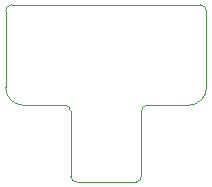
<source format=gbr>
G04 #@! TF.FileFunction,Profile,NP*
%FSLAX46Y46*%
G04 Gerber Fmt 4.6, Leading zero omitted, Abs format (unit mm)*
G04 Created by KiCad (PCBNEW 4.0.2-stable) date 21/05/2016 17:12:48*
%MOMM*%
G01*
G04 APERTURE LIST*
%ADD10C,0.100000*%
G04 APERTURE END LIST*
D10*
X25750000Y-31250000D02*
X20750000Y-31250000D01*
X25750000Y-31250000D02*
G75*
G03X26250000Y-30750000I0J500000D01*
G01*
X20250000Y-30750000D02*
G75*
G03X20750000Y-31250000I500000J0D01*
G01*
X30250000Y-24750000D02*
G75*
G03X31750000Y-23250000I0J1500000D01*
G01*
X31750000Y-16750000D02*
G75*
G03X31250000Y-16250000I-500000J0D01*
G01*
X30250000Y-24750000D02*
X28750000Y-24750000D01*
X31750000Y-16750000D02*
X31750000Y-23250000D01*
X15250000Y-16250000D02*
X31250000Y-16250000D01*
X14750000Y-23250000D02*
X14750000Y-20750000D01*
X17750000Y-24750000D02*
X16250000Y-24750000D01*
X14750000Y-23250000D02*
G75*
G03X16250000Y-24750000I1500000J0D01*
G01*
X18750000Y-24750000D02*
X17750000Y-24750000D01*
X28750000Y-24750000D02*
X27750000Y-24750000D01*
X14750000Y-20750000D02*
X14750000Y-16750000D01*
X19750000Y-24750000D02*
X18750000Y-24750000D01*
X26750000Y-24750000D02*
X27750000Y-24750000D01*
X15250000Y-16250000D02*
G75*
G03X14750000Y-16750000I0J-500000D01*
G01*
X20250000Y-25250000D02*
G75*
G03X19750000Y-24750000I-500000J0D01*
G01*
X26750000Y-24750000D02*
G75*
G03X26250000Y-25250000I0J-500000D01*
G01*
X20250000Y-30750000D02*
X20250000Y-25250000D01*
X26250000Y-30750000D02*
X26250000Y-25250000D01*
M02*

</source>
